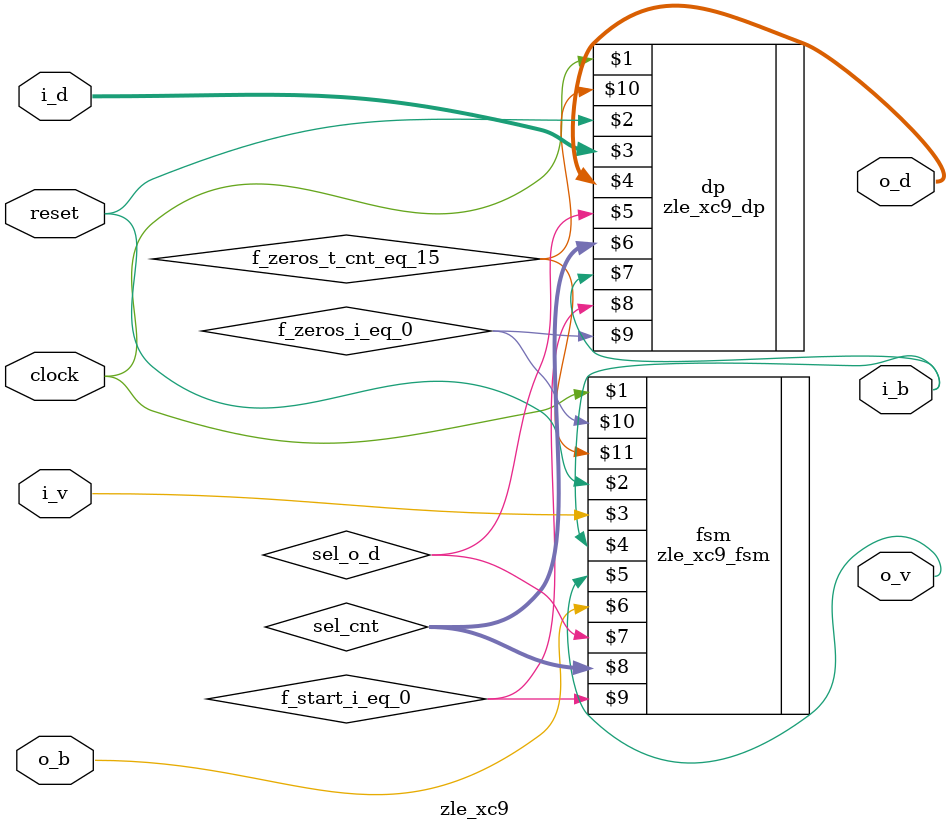
<source format=v>

`include "zle_xc9_fsm.v"
`include "zle_xc9_dp.v"

module zle_xc9 (clock, reset,  i_d, i_v, i_b,  o_d, o_v, o_b);
   
   input  clock, reset;
   input  [2:0] i_d;	input  i_v;	output i_b;	// - input  stream i
   output [3:0] o_d;	output o_v;	input  o_b;	// - output stream o

   wire 	sel_o_d;			// - o_d mux select to datapath
   wire [1:0] 	sel_cnt;			// - cnt mux select to datapath
   wire 	f_start_i_eq_0,
		f_zeros_i_eq_0,
		f_zeros_t_cnt_eq_15;		// - flags from datapath
   
   zle_xc9_fsm fsm (clock, reset,  i_v, i_b,  o_v, o_b,  sel_o_d, sel_cnt,
		    f_start_i_eq_0, f_zeros_i_eq_0, f_zeros_t_cnt_eq_15);
   
   zle_xc9_dp  dp  (clock, reset, i_d, o_d, sel_o_d, sel_cnt, i_b,
		    f_start_i_eq_0, f_zeros_i_eq_0, f_zeros_t_cnt_eq_15);

endmodule // zle_xc9


</source>
